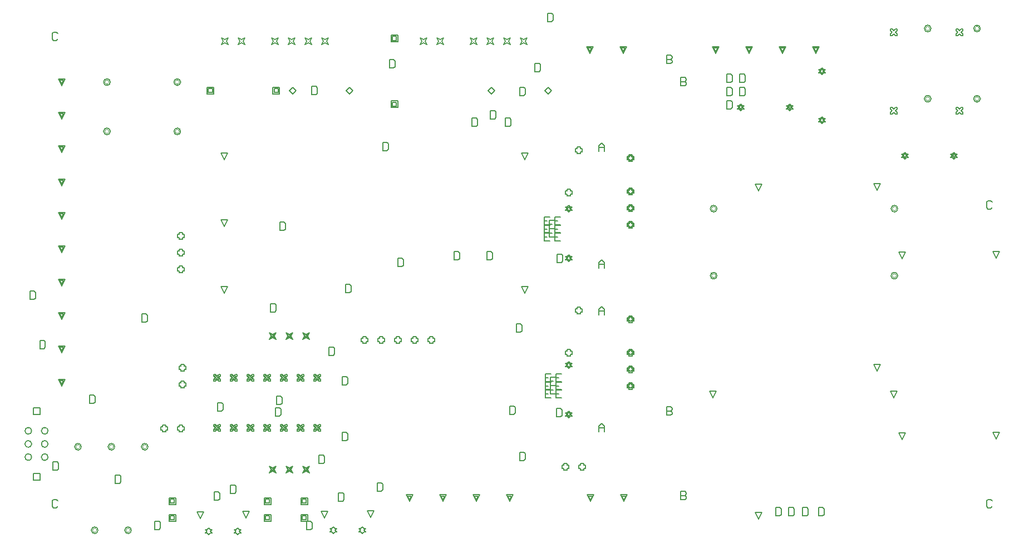
<source format=gbr>
G04 Layer_Color=2752767*
%FSLAX26Y26*%
%MOIN*%
%TF.FileFunction,Drawing*%
%TF.Part,Single*%
G01*
G75*
%TA.AperFunction,NonConductor*%
%ADD96C,0.004000*%
%ADD201C,0.005000*%
%ADD202C,0.006667*%
D96*
X1817000Y1865000D02*
G03*
X1817000Y1865000I-12000J0D01*
G01*
X2017000D02*
G03*
X2017000Y1865000I-12000J0D01*
G01*
X2117000Y2365000D02*
G03*
X2117000Y2365000I-12000J0D01*
G01*
X1917000D02*
G03*
X1917000Y2365000I-12000J0D01*
G01*
X1717000D02*
G03*
X1717000Y2365000I-12000J0D01*
G01*
X2312000Y4254724D02*
G03*
X2312000Y4254724I-12000J0D01*
G01*
Y4550000D02*
G03*
X2312000Y4550000I-12000J0D01*
G01*
X1890740D02*
G03*
X1890740Y4550000I-12000J0D01*
G01*
Y4254724D02*
G03*
X1890740Y4254724I-12000J0D01*
G01*
X5524323Y3390000D02*
G03*
X5524323Y3390000I-12000J0D01*
G01*
Y3791575D02*
G03*
X5524323Y3791575I-12000J0D01*
G01*
X6607000Y3390000D02*
G03*
X6607000Y3390000I-12000J0D01*
G01*
Y3791575D02*
G03*
X6607000Y3791575I-12000J0D01*
G01*
X7102000Y4450000D02*
G03*
X7102000Y4450000I-12000J0D01*
G01*
Y4871260D02*
G03*
X7102000Y4871260I-12000J0D01*
G01*
X6806724D02*
G03*
X6806724Y4871260I-12000J0D01*
G01*
Y4450000D02*
G03*
X6806724Y4450000I-12000J0D01*
G01*
D201*
X1550000Y2008331D02*
X1558331Y2000000D01*
X1574992D01*
X1583323Y2008331D01*
Y2041653D02*
X1574992Y2049984D01*
X1558331D01*
X1550000Y2041653D01*
Y2008331D01*
X1555118Y2224409D02*
X1580110D01*
X1588441Y2232740D01*
Y2266063D01*
X1580110Y2274393D01*
X1555118D01*
Y2224409D01*
X1476693Y2205039D02*
Y2165039D01*
X1436693D01*
Y2205039D01*
X1476693D01*
Y2558740D02*
X1436693D01*
Y2598740D01*
X1476693D01*
Y2558740D01*
X1607480Y2730000D02*
X1587480Y2770000D01*
X1627480D01*
X1607480Y2730000D01*
Y2738000D02*
X1595480Y2762000D01*
X1619480D01*
X1607480Y2738000D01*
X1774000Y2674984D02*
Y2625000D01*
X1798992D01*
X1807323Y2633331D01*
Y2666653D01*
X1798992Y2674984D01*
X1774000D01*
X1607480Y2930000D02*
X1587480Y2970000D01*
X1627480D01*
X1607480Y2930000D01*
Y2938000D02*
X1595480Y2962000D01*
X1619480D01*
X1607480Y2938000D01*
Y3130000D02*
X1587480Y3170000D01*
X1627480D01*
X1607480Y3130000D01*
Y3138000D02*
X1595480Y3162000D01*
X1619480D01*
X1607480Y3138000D01*
Y3330000D02*
X1587480Y3370000D01*
X1627480D01*
X1607480Y3330000D01*
Y3338000D02*
X1595480Y3362000D01*
X1619480D01*
X1607480Y3338000D01*
X1450645Y3289685D02*
X1442315Y3298015D01*
X1417323D01*
Y3248032D01*
X1442315D01*
X1450645Y3256362D01*
Y3289685D01*
X1476378Y3002740D02*
Y2952756D01*
X1501370D01*
X1509701Y2961086D01*
Y2994409D01*
X1501370Y3002740D01*
X1476378D01*
X2086614Y3110236D02*
X2111606D01*
X2119937Y3118567D01*
Y3151889D01*
X2111606Y3160220D01*
X2086614D01*
Y3110236D01*
X2320000Y2860000D02*
Y2850000D01*
X2310000D01*
Y2830000D01*
X2320000D01*
Y2820000D01*
X2340000D01*
Y2830000D01*
X2350000D01*
Y2850000D01*
X2340000D01*
Y2860000D01*
X2320000D01*
Y2760000D02*
Y2750000D01*
X2310000D01*
Y2730000D01*
X2320000D01*
Y2720000D01*
X2340000D01*
Y2730000D01*
X2350000D01*
Y2750000D01*
X2340000D01*
Y2760000D01*
X2320000D01*
X2540000Y2629984D02*
Y2580000D01*
X2564992D01*
X2573323Y2588331D01*
Y2621653D01*
X2564992Y2629984D01*
X2540000D01*
X2546535Y2500000D02*
X2536535Y2490000D01*
X2526535Y2500000D01*
X2516535D01*
Y2490000D01*
X2526535Y2480000D01*
X2516535Y2470000D01*
Y2460000D01*
X2526535D01*
X2536535Y2470000D01*
X2546535Y2460000D01*
X2556535D01*
Y2470000D01*
X2546535Y2480000D01*
X2556535Y2490000D01*
Y2500000D01*
X2546535D01*
X2548535Y2492000D02*
X2542535D01*
X2536535Y2486000D01*
X2530535Y2492000D01*
X2524535D01*
Y2486000D01*
X2530535Y2480000D01*
X2524535Y2474000D01*
Y2468000D01*
X2530535D01*
X2536535Y2474000D01*
X2542535Y2468000D01*
X2548535D01*
Y2474000D01*
X2542535Y2480000D01*
X2548535Y2486000D01*
Y2492000D01*
X2616535Y2490000D02*
X2626535Y2480000D01*
X2616535Y2470000D01*
Y2460000D01*
X2626535D01*
X2636535Y2470000D01*
X2646535Y2460000D01*
X2656535D01*
Y2470000D01*
X2646535Y2480000D01*
X2656535Y2490000D01*
Y2500000D01*
X2646535D01*
X2636535Y2490000D01*
X2626535Y2500000D01*
X2616535D01*
Y2490000D01*
X2624535Y2492000D02*
Y2486000D01*
X2630535Y2480000D01*
X2624535Y2474000D01*
Y2468000D01*
X2630535D01*
X2636535Y2474000D01*
X2642535Y2468000D01*
X2648535D01*
Y2474000D01*
X2642535Y2480000D01*
X2648535Y2486000D01*
Y2492000D01*
X2642535D01*
X2636535Y2486000D01*
X2630535Y2492000D01*
X2624535D01*
X2716535Y2490000D02*
X2726535Y2480000D01*
X2716535Y2470000D01*
Y2460000D01*
X2726535D01*
X2736535Y2470000D01*
X2746535Y2460000D01*
X2756535D01*
Y2470000D01*
X2746535Y2480000D01*
X2756535Y2490000D01*
Y2500000D01*
X2746535D01*
X2736535Y2490000D01*
X2726535Y2500000D01*
X2716535D01*
Y2490000D01*
X2724535Y2492000D02*
Y2486000D01*
X2730535Y2480000D01*
X2724535Y2474000D01*
Y2468000D01*
X2730535D01*
X2736535Y2474000D01*
X2742535Y2468000D01*
X2748535D01*
Y2474000D01*
X2742535Y2480000D01*
X2748535Y2486000D01*
Y2492000D01*
X2742535D01*
X2736535Y2486000D01*
X2730535Y2492000D01*
X2724535D01*
X2816535Y2490000D02*
X2826535Y2480000D01*
X2816535Y2470000D01*
Y2460000D01*
X2826535D01*
X2836535Y2470000D01*
X2846535Y2460000D01*
X2856535D01*
Y2470000D01*
X2846535Y2480000D01*
X2856535Y2490000D01*
Y2500000D01*
X2846535D01*
X2836535Y2490000D01*
X2826535Y2500000D01*
X2816535D01*
Y2490000D01*
X2824535Y2492000D02*
Y2486000D01*
X2830535Y2480000D01*
X2824535Y2474000D01*
Y2468000D01*
X2830535D01*
X2836535Y2474000D01*
X2842535Y2468000D01*
X2848535D01*
Y2474000D01*
X2842535Y2480000D01*
X2848535Y2486000D01*
Y2492000D01*
X2842535D01*
X2836535Y2486000D01*
X2830535Y2492000D01*
X2824535D01*
X2886535Y2550000D02*
X2911527D01*
X2919858Y2558331D01*
Y2591653D01*
X2911527Y2599984D01*
X2886535D01*
Y2550000D01*
X2916535Y2500000D02*
Y2490000D01*
X2926535Y2480000D01*
X2916535Y2470000D01*
Y2460000D01*
X2926535D01*
X2936535Y2470000D01*
X2946535Y2460000D01*
X2956535D01*
Y2470000D01*
X2946535Y2480000D01*
X2956535Y2490000D01*
Y2500000D01*
X2946535D01*
X2936535Y2490000D01*
X2926535Y2500000D01*
X2916535D01*
X2924535Y2492000D02*
Y2486000D01*
X2930535Y2480000D01*
X2924535Y2474000D01*
Y2468000D01*
X2930535D01*
X2936535Y2474000D01*
X2942535Y2468000D01*
X2948535D01*
Y2474000D01*
X2942535Y2480000D01*
X2948535Y2486000D01*
Y2492000D01*
X2942535D01*
X2936535Y2486000D01*
X2930535Y2492000D01*
X2924535D01*
X3016535Y2490000D02*
X3026535Y2480000D01*
X3016535Y2470000D01*
Y2460000D01*
X3026535D01*
X3036535Y2470000D01*
X3046535Y2460000D01*
X3056535D01*
Y2470000D01*
X3046535Y2480000D01*
X3056535Y2490000D01*
Y2500000D01*
X3046535D01*
X3036535Y2490000D01*
X3026535Y2500000D01*
X3016535D01*
Y2490000D01*
X3024535Y2492000D02*
Y2486000D01*
X3030535Y2480000D01*
X3024535Y2474000D01*
Y2468000D01*
X3030535D01*
X3036535Y2474000D01*
X3042535Y2468000D01*
X3048535D01*
Y2474000D01*
X3042535Y2480000D01*
X3048535Y2486000D01*
Y2492000D01*
X3042535D01*
X3036535Y2486000D01*
X3030535Y2492000D01*
X3024535D01*
X3149606Y2313763D02*
Y2263780D01*
X3174598D01*
X3182929Y2272110D01*
Y2305433D01*
X3174598Y2313763D01*
X3149606D01*
X3090000Y2250000D02*
X3080000Y2230000D01*
X3090000Y2210000D01*
X3070000Y2220000D01*
X3050000Y2210000D01*
X3060000Y2230000D01*
X3050000Y2250000D01*
X3070000Y2240000D01*
X3090000Y2250000D01*
X3082000Y2242000D02*
X3076000Y2230000D01*
X3082000Y2218000D01*
X3070000Y2224000D01*
X3058000Y2218000D01*
X3064000Y2230000D01*
X3058000Y2242000D01*
X3070000Y2236000D01*
X3082000Y2242000D01*
X3080000Y2060000D02*
Y2020000D01*
X3040000D01*
Y2060000D01*
X3080000D01*
X3072000Y2052000D02*
Y2028000D01*
X3048000D01*
Y2052000D01*
X3072000D01*
X3080000Y1960000D02*
Y1920000D01*
X3040000D01*
Y1960000D01*
X3080000D01*
X3072000Y1952000D02*
Y1928000D01*
X3048000D01*
Y1952000D01*
X3072000D01*
X3073445Y1917484D02*
Y1867500D01*
X3098437D01*
X3106767Y1875831D01*
Y1909153D01*
X3098437Y1917484D01*
X3073445D01*
X3182205Y1938740D02*
X3162205Y1978740D01*
X3202205D01*
X3182205Y1938740D01*
X3213386Y1874252D02*
X3223386Y1864252D01*
X3213386Y1854252D01*
X3223386D01*
X3233386Y1844252D01*
X3243386Y1854252D01*
X3253386D01*
X3243386Y1864252D01*
X3253386Y1874252D01*
X3243386D01*
X3233386Y1884252D01*
X3223386Y1874252D01*
X3213386D01*
X3386614D02*
X3396614Y1864252D01*
X3386614Y1854252D01*
X3396614D01*
X3406614Y1844252D01*
X3416614Y1854252D01*
X3426614D01*
X3416614Y1864252D01*
X3426614Y1874252D01*
X3416614D01*
X3406614Y1884252D01*
X3396614Y1874252D01*
X3386614D01*
X3457795Y1942677D02*
X3437795Y1982677D01*
X3477795D01*
X3457795Y1942677D01*
X3522157Y2099528D02*
X3530488Y2107858D01*
Y2141181D01*
X3522157Y2149511D01*
X3497165D01*
Y2099528D01*
X3522157D01*
X3670000Y2077481D02*
X3710000D01*
X3690000Y2037480D01*
X3670000Y2077481D01*
X3678000Y2069481D02*
X3702000D01*
X3690000Y2045480D01*
X3678000Y2069481D01*
X3870000Y2077481D02*
X3910000D01*
X3890000Y2037480D01*
X3870000Y2077481D01*
X3878000Y2069481D02*
X3902000D01*
X3890000Y2045480D01*
X3878000Y2069481D01*
X4070000Y2077481D02*
X4110000D01*
X4090000Y2037480D01*
X4070000Y2077481D01*
X4078000Y2069481D02*
X4102000D01*
X4090000Y2045480D01*
X4078000Y2069481D01*
X4270000Y2077481D02*
X4310000D01*
X4290000Y2037480D01*
X4270000Y2077481D01*
X4278000Y2069481D02*
X4302000D01*
X4290000Y2045480D01*
X4278000Y2069481D01*
X4350394Y2283465D02*
X4375386D01*
X4383716Y2291795D01*
Y2325118D01*
X4375386Y2333448D01*
X4350394D01*
Y2283465D01*
X4615984Y2264095D02*
Y2254095D01*
X4605984D01*
Y2234095D01*
X4615984D01*
Y2224095D01*
X4635984D01*
Y2234095D01*
X4645984D01*
Y2254095D01*
X4635984D01*
Y2264095D01*
X4615984D01*
X4715984D02*
Y2254095D01*
X4705984D01*
Y2234095D01*
X4715984D01*
Y2224095D01*
X4735984D01*
Y2234095D01*
X4745984D01*
Y2254095D01*
X4735984D01*
Y2264095D01*
X4715984D01*
X4755000Y2077481D02*
X4795000D01*
X4775000Y2037480D01*
X4755000Y2077481D01*
X4763000Y2069481D02*
X4787000D01*
X4775000Y2045480D01*
X4763000Y2069481D01*
X4955000Y2077481D02*
X4995000D01*
X4975000Y2037480D01*
X4955000Y2077481D01*
X4963000Y2069481D02*
X4987000D01*
X4975000Y2045480D01*
X4963000Y2069481D01*
X5314961Y2072236D02*
X5339953D01*
X5314961D01*
Y2097228D02*
Y2047244D01*
X5339953D01*
X5348283Y2055575D01*
Y2063905D01*
X5339953Y2072236D01*
X5348283Y2080567D01*
Y2088897D01*
X5339953Y2097228D01*
X5314961D01*
X5760000Y1970748D02*
X5800000D01*
X5780000Y1930748D01*
X5760000Y1970748D01*
X5883898Y1950748D02*
X5908890D01*
X5917220Y1959079D01*
Y1992401D01*
X5908890Y2000732D01*
X5883898D01*
Y1950748D01*
X5962638D02*
X5987630D01*
X5995960Y1959079D01*
Y1992401D01*
X5987630Y2000732D01*
X5962638D01*
Y1950748D01*
X6045236D02*
X6070228D01*
X6078559Y1959079D01*
Y1992401D01*
X6070228Y2000732D01*
X6045236D01*
Y1950748D01*
X6139803D02*
X6164795D01*
X6173126Y1959079D01*
Y1992401D01*
X6164795Y2000732D01*
X6139803D01*
Y1950748D01*
X6640000Y2410000D02*
X6620000Y2450000D01*
X6660000D01*
X6640000Y2410000D01*
X6590000Y2660000D02*
X6570000Y2700000D01*
X6610000D01*
X6590000Y2660000D01*
X6490000Y2818661D02*
X6470000Y2858661D01*
X6510000D01*
X6490000Y2818661D01*
X7184724Y2451102D02*
X7224724D01*
X7204724Y2411102D01*
X7184724Y2451102D01*
X7180173Y2041653D02*
X7171842Y2049984D01*
X7155181D01*
X7146850Y2041653D01*
Y2008331D01*
X7155181Y2000000D01*
X7171842D01*
X7180173Y2008331D01*
X7204724Y3493780D02*
X7184724Y3533780D01*
X7224724D01*
X7204724Y3493780D01*
X7180173Y3798331D02*
X7171842Y3790000D01*
X7155181D01*
X7146850Y3798331D01*
Y3831653D01*
X7155181Y3839984D01*
X7171842D01*
X7180173Y3831653D01*
X6972638Y4100000D02*
X6962638Y4110000D01*
X6972638Y4120000D01*
X6962638D01*
X6952638Y4130000D01*
X6942638Y4120000D01*
X6932638D01*
X6942638Y4110000D01*
X6932638Y4100000D01*
X6942638D01*
X6952638Y4090000D01*
X6962638Y4100000D01*
X6972638D01*
X6964638Y4104000D02*
X6958638Y4110000D01*
X6964638Y4116000D01*
X6958638D01*
X6952638Y4122000D01*
X6946638Y4116000D01*
X6940638D01*
X6946638Y4110000D01*
X6940638Y4104000D01*
X6946638D01*
X6952638Y4098000D01*
X6958638Y4104000D01*
X6964638D01*
X6965000Y4357559D02*
X6975000D01*
X6985000Y4367559D01*
X6995000Y4357559D01*
X7005000D01*
Y4367559D01*
X6995000Y4377559D01*
X7005000Y4387559D01*
Y4397559D01*
X6995000D01*
X6985000Y4387559D01*
X6975000Y4397559D01*
X6965000D01*
Y4387559D01*
X6975000Y4377559D01*
X6965000Y4367559D01*
Y4357559D01*
X6611299D02*
Y4367559D01*
X6601299Y4377559D01*
X6611299Y4387559D01*
Y4397559D01*
X6601299D01*
X6591299Y4387559D01*
X6581299Y4397559D01*
X6571299D01*
Y4387559D01*
X6581299Y4377559D01*
X6571299Y4367559D01*
Y4357559D01*
X6581299D01*
X6591299Y4367559D01*
X6601299Y4357559D01*
X6611299D01*
X6637362Y4120000D02*
X6647362Y4110000D01*
X6637362Y4100000D01*
X6647362D01*
X6657362Y4090000D01*
X6667362Y4100000D01*
X6677362D01*
X6667362Y4110000D01*
X6677362Y4120000D01*
X6667362D01*
X6657362Y4130000D01*
X6647362Y4120000D01*
X6637362D01*
X6645362Y4116000D02*
X6651362Y4110000D01*
X6645362Y4104000D01*
X6651362D01*
X6657362Y4098000D01*
X6663362Y4104000D01*
X6669362D01*
X6663362Y4110000D01*
X6669362Y4116000D01*
X6663362D01*
X6657362Y4122000D01*
X6651362Y4116000D01*
X6645362D01*
X6510000Y3941339D02*
X6490000Y3901339D01*
X6470000Y3941339D01*
X6510000D01*
X6620000Y3532677D02*
X6660000D01*
X6640000Y3492677D01*
X6620000Y3532677D01*
X6181417Y4310866D02*
X6171417Y4320866D01*
X6181417Y4330866D01*
X6171417D01*
X6161417Y4340866D01*
X6151417Y4330866D01*
X6141417D01*
X6151417Y4320866D01*
X6141417Y4310866D01*
X6151417D01*
X6161417Y4300866D01*
X6171417Y4310866D01*
X6181417D01*
X6173417Y4314866D02*
X6167417Y4320866D01*
X6173417Y4326866D01*
X6167417D01*
X6161417Y4332866D01*
X6155417Y4326866D01*
X6149417D01*
X6155417Y4320866D01*
X6149417Y4314866D01*
X6155417D01*
X6161417Y4308866D01*
X6167417Y4314866D01*
X6173417D01*
X5989488Y4390000D02*
X5979488Y4400000D01*
X5989488Y4410000D01*
X5979488D01*
X5969488Y4420000D01*
X5959488Y4410000D01*
X5949488D01*
X5959488Y4400000D01*
X5949488Y4390000D01*
X5959488D01*
X5969488Y4380000D01*
X5979488Y4390000D01*
X5989488D01*
X5981488Y4394000D02*
X5975488Y4400000D01*
X5981488Y4406000D01*
X5975488D01*
X5969488Y4412000D01*
X5963488Y4406000D01*
X5957488D01*
X5963488Y4400000D01*
X5957488Y4394000D01*
X5963488D01*
X5969488Y4388000D01*
X5975488Y4394000D01*
X5981488D01*
X6141417Y4606142D02*
X6151417D01*
X6161417Y4596142D01*
X6171417Y4606142D01*
X6181417D01*
X6171417Y4616142D01*
X6181417Y4626142D01*
X6171417D01*
X6161417Y4636142D01*
X6151417Y4626142D01*
X6141417D01*
X6151417Y4616142D01*
X6141417Y4606142D01*
X6149417Y4610142D02*
X6155417D01*
X6161417Y4604142D01*
X6167417Y4610142D01*
X6173417D01*
X6167417Y4616142D01*
X6173417Y4622142D01*
X6167417D01*
X6161417Y4628142D01*
X6155417Y4622142D01*
X6149417D01*
X6155417Y4616142D01*
X6149417Y4610142D01*
X6125000Y4722520D02*
X6105000Y4762520D01*
X6145000D01*
X6125000Y4722520D01*
Y4730520D02*
X6113000Y4754520D01*
X6137000D01*
X6125000Y4730520D01*
X6571299Y4830000D02*
X6581299D01*
X6591299Y4840000D01*
X6601299Y4830000D01*
X6611299D01*
Y4840000D01*
X6601299Y4850000D01*
X6611299Y4860000D01*
Y4870000D01*
X6601299D01*
X6591299Y4860000D01*
X6581299Y4870000D01*
X6571299D01*
Y4860000D01*
X6581299Y4850000D01*
X6571299Y4840000D01*
Y4830000D01*
X6965000D02*
X6975000D01*
X6985000Y4840000D01*
X6995000Y4830000D01*
X7005000D01*
Y4840000D01*
X6995000Y4850000D01*
X7005000Y4860000D01*
Y4870000D01*
X6995000D01*
X6985000Y4860000D01*
X6975000Y4870000D01*
X6965000D01*
Y4860000D01*
X6975000Y4850000D01*
X6965000Y4840000D01*
Y4830000D01*
X5945000Y4762520D02*
X5925000Y4722520D01*
X5905000Y4762520D01*
X5945000D01*
X5937000Y4754520D02*
X5925000Y4730520D01*
X5913000Y4754520D01*
X5937000D01*
X5745000Y4762520D02*
X5725000Y4722520D01*
X5705000Y4762520D01*
X5745000D01*
X5737000Y4754520D02*
X5725000Y4730520D01*
X5713000Y4754520D01*
X5737000D01*
X5694283Y4597228D02*
X5669291D01*
Y4547244D01*
X5694283D01*
X5702614Y4555575D01*
Y4588897D01*
X5694283Y4597228D01*
Y4518488D02*
X5669291D01*
Y4468504D01*
X5694283D01*
X5702614Y4476834D01*
Y4510157D01*
X5694283Y4518488D01*
X5694213Y4410000D02*
X5684213D01*
X5674213Y4420000D01*
X5664213Y4410000D01*
X5654213D01*
X5664213Y4400000D01*
X5654213Y4390000D01*
X5664213D01*
X5674213Y4380000D01*
X5684213Y4390000D01*
X5694213D01*
X5684213Y4400000D01*
X5694213Y4410000D01*
X5686213Y4406000D02*
X5680213D01*
X5674213Y4412000D01*
X5668213Y4406000D01*
X5662213D01*
X5668213Y4400000D01*
X5662213Y4394000D01*
X5668213D01*
X5674213Y4388000D01*
X5680213Y4394000D01*
X5686213D01*
X5680213Y4400000D01*
X5686213Y4406000D01*
X5615543Y4439748D02*
X5590551D01*
Y4389764D01*
X5615543D01*
X5623874Y4398094D01*
Y4431417D01*
X5615543Y4439748D01*
Y4468504D02*
X5623874Y4476834D01*
Y4510157D01*
X5615543Y4518488D01*
X5590551D01*
Y4468504D01*
X5615543D01*
Y4547244D02*
X5623874Y4555575D01*
Y4588897D01*
X5615543Y4597228D01*
X5590551D01*
Y4547244D01*
X5615543D01*
X5525000Y4722520D02*
X5505000Y4762520D01*
X5545000D01*
X5525000Y4722520D01*
Y4730520D02*
X5513000Y4754520D01*
X5537000D01*
X5525000Y4730520D01*
X5263230Y4702776D02*
X5254899Y4711107D01*
X5229907D01*
Y4661123D01*
X5254899D01*
X5263230Y4669454D01*
Y4677784D01*
X5254899Y4686115D01*
X5229907D01*
X5254899D01*
X5263230Y4694446D01*
Y4702776D01*
X5314961Y4577543D02*
Y4527559D01*
X5339953D01*
X5348283Y4535890D01*
Y4544220D01*
X5339953Y4552551D01*
X5314961D01*
X5339953D01*
X5348283Y4560882D01*
Y4569212D01*
X5339953Y4577543D01*
X5314961D01*
X4990000Y4762520D02*
X4970000Y4722520D01*
X4950000Y4762520D01*
X4990000D01*
X4982000Y4754520D02*
X4970000Y4730520D01*
X4958000Y4754520D01*
X4982000D01*
X4790000Y4762520D02*
X4770000Y4722520D01*
X4750000Y4762520D01*
X4790000D01*
X4782000Y4754520D02*
X4770000Y4730520D01*
X4758000Y4754520D01*
X4782000D01*
X4551333Y4921341D02*
Y4954663D01*
X4543002Y4962994D01*
X4518010D01*
Y4913010D01*
X4543002D01*
X4551333Y4921341D01*
X4395000Y4815000D02*
X4385000Y4795000D01*
X4395000Y4775000D01*
X4375000Y4785000D01*
X4355000Y4775000D01*
X4365000Y4795000D01*
X4355000Y4815000D01*
X4375000Y4805000D01*
X4395000Y4815000D01*
X4295000D02*
X4285000Y4795000D01*
X4295000Y4775000D01*
X4275000Y4785000D01*
X4255000Y4775000D01*
X4265000Y4795000D01*
X4255000Y4815000D01*
X4275000Y4805000D01*
X4295000Y4815000D01*
X4441990Y4661974D02*
Y4611990D01*
X4466982D01*
X4475313Y4620321D01*
Y4653643D01*
X4466982Y4661974D01*
X4441990D01*
X4500000Y4500000D02*
X4520000Y4520000D01*
X4540000Y4500000D01*
X4520000Y4480000D01*
X4500000Y4500000D01*
X4383323Y4511653D02*
X4374992Y4519984D01*
X4350000D01*
Y4470000D01*
X4374992D01*
X4383323Y4478331D01*
Y4511653D01*
X4298323Y4326653D02*
X4289992Y4334984D01*
X4265000D01*
Y4285000D01*
X4289992D01*
X4298323Y4293331D01*
Y4326653D01*
X4200000Y4500000D02*
X4180000Y4480000D01*
X4160000Y4500000D01*
X4180000Y4520000D01*
X4200000Y4500000D01*
X4199992Y4379984D02*
X4175000D01*
Y4330000D01*
X4199992D01*
X4208323Y4338331D01*
Y4371653D01*
X4199992Y4379984D01*
X4098323Y4326653D02*
X4089992Y4334984D01*
X4065000D01*
Y4285000D01*
X4089992D01*
X4098323Y4293331D01*
Y4326653D01*
X4360000Y4125000D02*
X4400000D01*
X4380000Y4085000D01*
X4360000Y4125000D01*
X4497008Y3742228D02*
Y3692244D01*
X4530330D01*
Y3694984D02*
X4497008D01*
Y3645000D01*
X4530330D01*
Y3647740D02*
X4497008D01*
Y3597756D01*
X4530330D01*
X4528504Y3621378D02*
X4561827D01*
X4560000Y3622748D02*
X4576661D01*
X4560000Y3645000D02*
X4593323D01*
Y3647740D02*
X4560000D01*
Y3597756D01*
X4593323D01*
X4599992Y3519984D02*
X4575000D01*
Y3470000D01*
X4599992D01*
X4608323Y3478331D01*
Y3511653D01*
X4599992Y3519984D01*
X4625000Y3505000D02*
X4635000Y3495000D01*
X4625000Y3485000D01*
X4635000D01*
X4645000Y3475000D01*
X4655000Y3485000D01*
X4665000D01*
X4655000Y3495000D01*
X4665000Y3505000D01*
X4655000D01*
X4645000Y3515000D01*
X4635000Y3505000D01*
X4625000D01*
X4633000Y3501000D02*
X4639000Y3495000D01*
X4633000Y3489000D01*
X4639000D01*
X4645000Y3483000D01*
X4651000Y3489000D01*
X4657000D01*
X4651000Y3495000D01*
X4657000Y3501000D01*
X4651000D01*
X4645000Y3507000D01*
X4639000Y3501000D01*
X4633000D01*
X4825000Y3468323D02*
X4841661Y3484984D01*
X4858323Y3468323D01*
Y3435000D01*
Y3459992D01*
X4825000D01*
Y3468323D02*
Y3435000D01*
X4724528Y3192953D02*
X4714528D01*
Y3202953D01*
X4694528D01*
Y3192953D01*
X4684528D01*
Y3172953D01*
X4694528D01*
Y3162953D01*
X4714528D01*
Y3172953D01*
X4724528D01*
Y3192953D01*
X4665472Y2937047D02*
X4655472D01*
Y2947047D01*
X4635472D01*
Y2937047D01*
X4625472D01*
Y2917047D01*
X4635472D01*
Y2907047D01*
X4655472D01*
Y2917047D01*
X4665472D01*
Y2937047D01*
X4665000Y2865276D02*
X4655000D01*
X4645000Y2875276D01*
X4635000Y2865276D01*
X4625000D01*
X4635000Y2855276D01*
X4625000Y2845276D01*
X4635000D01*
X4645000Y2835276D01*
X4655000Y2845276D01*
X4665000D01*
X4655000Y2855276D01*
X4665000Y2865276D01*
X4657000Y2861276D02*
X4651000D01*
X4645000Y2867276D01*
X4639000Y2861276D01*
X4633000D01*
X4639000Y2855276D01*
X4633000Y2849276D01*
X4639000D01*
X4645000Y2843276D01*
X4651000Y2849276D01*
X4657000D01*
X4651000Y2855276D01*
X4657000Y2861276D01*
X4599819Y2802228D02*
X4566496D01*
Y2752244D01*
X4599819D01*
Y2707740D02*
X4566496D01*
Y2657756D01*
X4599819D01*
Y2705000D02*
X4566496D01*
Y2754984D01*
X4599819D01*
X4583157Y2777236D02*
X4566496D01*
X4568323Y2782543D02*
X4535000D01*
Y2732559D01*
X4568323D01*
Y2731362D02*
X4535000D01*
Y2681378D01*
X4568323D01*
X4566496Y2682748D02*
X4583157D01*
Y2729992D02*
X4566496D01*
X4551661Y2706370D02*
X4535000D01*
X4536827Y2707740D02*
X4503504D01*
Y2657756D01*
X4536827D01*
X4520165Y2682748D02*
X4503504D01*
Y2705000D02*
X4536827D01*
X4503504D02*
Y2754984D01*
X4536827D01*
X4535000Y2757551D02*
X4551661D01*
X4520165Y2777236D02*
X4503504D01*
Y2802228D02*
Y2752244D01*
X4536827D01*
X4520165Y2729992D02*
X4503504D01*
X4570000Y2594984D02*
Y2545000D01*
X4594992D01*
X4603323Y2553331D01*
Y2586653D01*
X4594992Y2594984D01*
X4570000D01*
X4625000Y2570000D02*
X4635000Y2560000D01*
X4625000Y2550000D01*
X4635000D01*
X4645000Y2540000D01*
X4655000Y2550000D01*
X4665000D01*
X4655000Y2560000D01*
X4665000Y2570000D01*
X4655000D01*
X4645000Y2580000D01*
X4635000Y2570000D01*
X4625000D01*
X4633000Y2566000D02*
X4639000Y2560000D01*
X4633000Y2554000D01*
X4639000D01*
X4645000Y2548000D01*
X4651000Y2554000D01*
X4657000D01*
X4651000Y2560000D01*
X4657000Y2566000D01*
X4651000D01*
X4645000Y2572000D01*
X4639000Y2566000D01*
X4633000D01*
X4825000Y2488323D02*
X4841661Y2504984D01*
X4858323Y2488323D01*
Y2455000D01*
Y2479992D01*
X4825000D01*
Y2488323D02*
Y2455000D01*
X5005000Y2710000D02*
X5025000D01*
Y2720000D01*
X5035000D01*
Y2740000D01*
X5025000D01*
Y2750000D01*
X5005000D01*
Y2740000D01*
X4995000D01*
Y2720000D01*
X5005000D01*
Y2710000D01*
X5009000Y2718000D02*
X5021000D01*
Y2724000D01*
X5027000D01*
Y2736000D01*
X5021000D01*
Y2742000D01*
X5009000D01*
Y2736000D01*
X5003000D01*
Y2724000D01*
X5009000D01*
Y2718000D01*
X5005000Y2810000D02*
X5025000D01*
Y2820000D01*
X5035000D01*
Y2840000D01*
X5025000D01*
Y2850000D01*
X5005000D01*
Y2840000D01*
X4995000D01*
Y2820000D01*
X5005000D01*
Y2810000D01*
X5009000Y2818000D02*
X5021000D01*
Y2824000D01*
X5027000D01*
Y2836000D01*
X5021000D01*
Y2842000D01*
X5009000D01*
Y2836000D01*
X5003000D01*
Y2824000D01*
X5009000D01*
Y2818000D01*
X5005000Y2910000D02*
X5025000D01*
Y2920000D01*
X5035000D01*
Y2940000D01*
X5025000D01*
Y2950000D01*
X5005000D01*
Y2940000D01*
X4995000D01*
Y2920000D01*
X5005000D01*
Y2910000D01*
X5009000Y2918000D02*
X5021000D01*
Y2924000D01*
X5027000D01*
Y2936000D01*
X5021000D01*
Y2942000D01*
X5009000D01*
Y2936000D01*
X5003000D01*
Y2924000D01*
X5009000D01*
Y2918000D01*
X5005000Y3110000D02*
X5025000D01*
Y3120000D01*
X5035000D01*
Y3140000D01*
X5025000D01*
Y3150000D01*
X5005000D01*
Y3140000D01*
X4995000D01*
Y3120000D01*
X5005000D01*
Y3110000D01*
X5009000Y3118000D02*
X5021000D01*
Y3124000D01*
X5027000D01*
Y3136000D01*
X5021000D01*
Y3142000D01*
X5009000D01*
Y3136000D01*
X5003000D01*
Y3124000D01*
X5009000D01*
Y3118000D01*
X4858323Y3155000D02*
Y3179992D01*
X4825000D01*
Y3188323D02*
X4841661Y3204984D01*
X4858323Y3188323D01*
Y3155000D01*
X4825000D02*
Y3188323D01*
X4536827Y2802228D02*
X4503504D01*
X4364031Y3059512D02*
Y3092834D01*
X4355701Y3101165D01*
X4330709D01*
Y3051181D01*
X4355701D01*
X4364031Y3059512D01*
X4323716Y2601653D02*
X4315386Y2609984D01*
X4290394D01*
Y2560000D01*
X4315386D01*
X4323716Y2568331D01*
Y2601653D01*
X3830000Y2983740D02*
Y2993740D01*
X3840000D01*
Y3013740D01*
X3830000D01*
Y3023740D01*
X3810000D01*
Y3013740D01*
X3800000D01*
Y2993740D01*
X3810000D01*
Y2983740D01*
X3830000D01*
X3730000D02*
Y2993740D01*
X3740000D01*
Y3013740D01*
X3730000D01*
Y3023740D01*
X3710000D01*
Y3013740D01*
X3700000D01*
Y2993740D01*
X3710000D01*
Y2983740D01*
X3730000D01*
X3630000D02*
Y2993740D01*
X3640000D01*
Y3013740D01*
X3630000D01*
Y3023740D01*
X3610000D01*
Y3013740D01*
X3600000D01*
Y2993740D01*
X3610000D01*
Y2983740D01*
X3630000D01*
X3530000D02*
Y2993740D01*
X3540000D01*
Y3013740D01*
X3530000D01*
Y3023740D01*
X3510000D01*
Y3013740D01*
X3500000D01*
Y2993740D01*
X3510000D01*
Y2983740D01*
X3530000D01*
X3430000D02*
Y2993740D01*
X3440000D01*
Y3013740D01*
X3430000D01*
Y3023740D01*
X3410000D01*
Y3013740D01*
X3400000D01*
Y2993740D01*
X3410000D01*
Y2983740D01*
X3430000D01*
X3241984Y2955039D02*
X3233653Y2963370D01*
X3208661D01*
Y2913386D01*
X3233653D01*
X3241984Y2921716D01*
Y2955039D01*
X3287402Y2786204D02*
Y2736220D01*
X3312394D01*
X3320724Y2744551D01*
Y2777874D01*
X3312394Y2786204D01*
X3287402D01*
X3090000Y3010000D02*
X3070000Y3020000D01*
X3050000Y3010000D01*
X3060000Y3030000D01*
X3050000Y3050000D01*
X3070000Y3040000D01*
X3090000Y3050000D01*
X3080000Y3030000D01*
X3090000Y3010000D01*
X3082000Y3018000D02*
X3070000Y3024000D01*
X3058000Y3018000D01*
X3064000Y3030000D01*
X3058000Y3042000D01*
X3070000Y3036000D01*
X3082000Y3042000D01*
X3076000Y3030000D01*
X3082000Y3018000D01*
X3116535Y2800000D02*
Y2790000D01*
X3126535Y2780000D01*
X3116535Y2770000D01*
Y2760000D01*
X3126535D01*
X3136535Y2770000D01*
X3146535Y2760000D01*
X3156535D01*
Y2770000D01*
X3146535Y2780000D01*
X3156535Y2790000D01*
Y2800000D01*
X3146535D01*
X3136535Y2790000D01*
X3126535Y2800000D01*
X3116535D01*
X3124535Y2792000D02*
Y2786000D01*
X3130535Y2780000D01*
X3124535Y2774000D01*
Y2768000D01*
X3130535D01*
X3136535Y2774000D01*
X3142535Y2768000D01*
X3148535D01*
Y2774000D01*
X3142535Y2780000D01*
X3148535Y2786000D01*
Y2792000D01*
X3142535D01*
X3136535Y2786000D01*
X3130535Y2792000D01*
X3124535D01*
X2990000Y3010000D02*
X2970000Y3020000D01*
X2950000Y3010000D01*
X2960000Y3030000D01*
X2950000Y3050000D01*
X2970000Y3040000D01*
X2990000Y3050000D01*
X2980000Y3030000D01*
X2990000Y3010000D01*
X2982000Y3018000D02*
X2970000Y3024000D01*
X2958000Y3018000D01*
X2964000Y3030000D01*
X2958000Y3042000D01*
X2970000Y3036000D01*
X2982000Y3042000D01*
X2976000Y3030000D01*
X2982000Y3018000D01*
X2956535Y2800000D02*
X2946535D01*
X2936535Y2790000D01*
X2926535Y2800000D01*
X2916535D01*
Y2790000D01*
X2926535Y2780000D01*
X2916535Y2770000D01*
Y2760000D01*
X2926535D01*
X2936535Y2770000D01*
X2946535Y2760000D01*
X2956535D01*
Y2770000D01*
X2946535Y2780000D01*
X2956535Y2790000D01*
Y2800000D01*
X2948535Y2792000D02*
X2942535D01*
X2936535Y2786000D01*
X2930535Y2792000D01*
X2924535D01*
Y2786000D01*
X2930535Y2780000D01*
X2924535Y2774000D01*
Y2768000D01*
X2930535D01*
X2936535Y2774000D01*
X2942535Y2768000D01*
X2948535D01*
Y2774000D01*
X2942535Y2780000D01*
X2948535Y2786000D01*
Y2792000D01*
X3016535Y2790000D02*
X3026535Y2780000D01*
X3016535Y2770000D01*
Y2760000D01*
X3026535D01*
X3036535Y2770000D01*
X3046535Y2760000D01*
X3056535D01*
Y2770000D01*
X3046535Y2780000D01*
X3056535Y2790000D01*
Y2800000D01*
X3046535D01*
X3036535Y2790000D01*
X3026535Y2800000D01*
X3016535D01*
Y2790000D01*
X3024535Y2792000D02*
Y2786000D01*
X3030535Y2780000D01*
X3024535Y2774000D01*
Y2768000D01*
X3030535D01*
X3036535Y2774000D01*
X3042535Y2768000D01*
X3048535D01*
Y2774000D01*
X3042535Y2780000D01*
X3048535Y2786000D01*
Y2792000D01*
X3042535D01*
X3036535Y2786000D01*
X3030535Y2792000D01*
X3024535D01*
X2927023Y2659763D02*
X2918693Y2668094D01*
X2893701D01*
Y2618110D01*
X2918693D01*
X2927023Y2626441D01*
Y2659763D01*
X3116535Y2500000D02*
Y2490000D01*
X3126535Y2480000D01*
X3116535Y2470000D01*
Y2460000D01*
X3126535D01*
X3136535Y2470000D01*
X3146535Y2460000D01*
X3156535D01*
Y2470000D01*
X3146535Y2480000D01*
X3156535Y2490000D01*
Y2500000D01*
X3146535D01*
X3136535Y2490000D01*
X3126535Y2500000D01*
X3116535D01*
X3124535Y2492000D02*
Y2486000D01*
X3130535Y2480000D01*
X3124535Y2474000D01*
Y2468000D01*
X3130535D01*
X3136535Y2474000D01*
X3142535Y2468000D01*
X3148535D01*
Y2474000D01*
X3142535Y2480000D01*
X3148535Y2486000D01*
Y2492000D01*
X3142535D01*
X3136535Y2486000D01*
X3130535Y2492000D01*
X3124535D01*
X3320724Y2443228D02*
X3312394Y2451559D01*
X3287402D01*
Y2401575D01*
X3312394D01*
X3320724Y2409905D01*
Y2443228D01*
X3298323Y2081653D02*
X3289992Y2089984D01*
X3265000D01*
Y2040000D01*
X3289992D01*
X3298323Y2048331D01*
Y2081653D01*
X2990000Y2210000D02*
X2970000Y2220000D01*
X2950000Y2210000D01*
X2960000Y2230000D01*
X2950000Y2250000D01*
X2970000Y2240000D01*
X2990000Y2250000D01*
X2980000Y2230000D01*
X2990000Y2210000D01*
X2982000Y2218000D02*
X2970000Y2224000D01*
X2958000Y2218000D01*
X2964000Y2230000D01*
X2958000Y2242000D01*
X2970000Y2236000D01*
X2982000Y2242000D01*
X2976000Y2230000D01*
X2982000Y2218000D01*
X2890000Y2210000D02*
X2870000Y2220000D01*
X2850000Y2210000D01*
X2860000Y2230000D01*
X2850000Y2250000D01*
X2870000Y2240000D01*
X2890000Y2250000D01*
X2880000Y2230000D01*
X2890000Y2210000D01*
X2882000Y2218000D02*
X2870000Y2224000D01*
X2858000Y2218000D01*
X2864000Y2230000D01*
X2858000Y2242000D01*
X2870000Y2236000D01*
X2882000Y2242000D01*
X2876000Y2230000D01*
X2882000Y2218000D01*
X2860000Y2060000D02*
Y2020000D01*
X2820000D01*
Y2060000D01*
X2860000D01*
X2852000Y2052000D02*
Y2028000D01*
X2828000D01*
Y2052000D01*
X2852000D01*
X2860000Y1960000D02*
Y1920000D01*
X2820000D01*
Y1960000D01*
X2860000D01*
X2852000Y1952000D02*
Y1928000D01*
X2828000D01*
Y1952000D01*
X2852000D01*
X2651433Y2094945D02*
Y2128267D01*
X2643102Y2136598D01*
X2618110D01*
Y2086614D01*
X2643102D01*
X2651433Y2094945D01*
X2692795Y1977677D02*
X2732795D01*
X2712795Y1937677D01*
X2692795Y1977677D01*
X2681614Y1869252D02*
X2671614D01*
X2661614Y1879252D01*
X2651614Y1869252D01*
X2641614D01*
X2651614Y1859252D01*
X2641614Y1849252D01*
X2651614D01*
X2661614Y1839252D01*
X2671614Y1849252D01*
X2681614D01*
X2671614Y1859252D01*
X2681614Y1869252D01*
X2553323Y2053331D02*
Y2086653D01*
X2544992Y2094984D01*
X2520000D01*
Y2045000D01*
X2544992D01*
X2553323Y2053331D01*
X2457205Y1973740D02*
X2437205Y1933740D01*
X2417205Y1973740D01*
X2457205D01*
X2468386Y1869252D02*
X2478386Y1859252D01*
X2468386Y1849252D01*
X2478386D01*
X2488386Y1839252D01*
X2498386Y1849252D01*
X2508386D01*
X2498386Y1859252D01*
X2508386Y1869252D01*
X2498386D01*
X2488386Y1879252D01*
X2478386Y1869252D01*
X2468386D01*
X2290000Y2020000D02*
X2250000D01*
Y2060000D01*
X2290000D01*
Y2020000D01*
X2282000Y2028000D02*
X2258000D01*
Y2052000D01*
X2282000D01*
Y2028000D01*
X2290000Y1960000D02*
Y1920000D01*
X2250000D01*
Y1960000D01*
X2290000D01*
X2282000Y1952000D02*
Y1928000D01*
X2258000D01*
Y1952000D01*
X2282000D01*
X2198677Y1911732D02*
X2190346Y1920062D01*
X2165354D01*
Y1870079D01*
X2190346D01*
X2198677Y1878409D01*
Y1911732D01*
X1962457Y2154000D02*
Y2187323D01*
X1954126Y2195653D01*
X1929134D01*
Y2145669D01*
X1954126D01*
X1962457Y2154000D01*
X2210000Y2455000D02*
X2230000D01*
Y2465000D01*
X2240000D01*
Y2485000D01*
X2230000D01*
Y2495000D01*
X2210000D01*
Y2485000D01*
X2200000D01*
Y2465000D01*
X2210000D01*
Y2455000D01*
X2310000D02*
X2330000D01*
Y2465000D01*
X2340000D01*
Y2485000D01*
X2330000D01*
Y2495000D01*
X2310000D01*
Y2485000D01*
X2300000D01*
Y2465000D01*
X2310000D01*
Y2455000D01*
X2616535Y2760000D02*
X2626535D01*
X2636535Y2770000D01*
X2646535Y2760000D01*
X2656535D01*
Y2770000D01*
X2646535Y2780000D01*
X2656535Y2790000D01*
Y2800000D01*
X2646535D01*
X2636535Y2790000D01*
X2626535Y2800000D01*
X2616535D01*
Y2790000D01*
X2626535Y2780000D01*
X2616535Y2770000D01*
Y2760000D01*
X2624535Y2768000D02*
X2630535D01*
X2636535Y2774000D01*
X2642535Y2768000D01*
X2648535D01*
Y2774000D01*
X2642535Y2780000D01*
X2648535Y2786000D01*
Y2792000D01*
X2642535D01*
X2636535Y2786000D01*
X2630535Y2792000D01*
X2624535D01*
Y2786000D01*
X2630535Y2780000D01*
X2624535Y2774000D01*
Y2768000D01*
X2716535Y2770000D02*
Y2760000D01*
X2726535D01*
X2736535Y2770000D01*
X2746535Y2760000D01*
X2756535D01*
Y2770000D01*
X2746535Y2780000D01*
X2756535Y2790000D01*
Y2800000D01*
X2746535D01*
X2736535Y2790000D01*
X2726535Y2800000D01*
X2716535D01*
Y2790000D01*
X2726535Y2780000D01*
X2716535Y2770000D01*
X2724535Y2768000D02*
X2730535D01*
X2736535Y2774000D01*
X2742535Y2768000D01*
X2748535D01*
Y2774000D01*
X2742535Y2780000D01*
X2748535Y2786000D01*
Y2792000D01*
X2742535D01*
X2736535Y2786000D01*
X2730535Y2792000D01*
X2724535D01*
Y2786000D01*
X2730535Y2780000D01*
X2724535Y2774000D01*
Y2768000D01*
X2816535Y2770000D02*
Y2760000D01*
X2826535D01*
X2836535Y2770000D01*
X2846535Y2760000D01*
X2856535D01*
Y2770000D01*
X2846535Y2780000D01*
X2856535Y2790000D01*
Y2800000D01*
X2846535D01*
X2836535Y2790000D01*
X2826535Y2800000D01*
X2816535D01*
Y2790000D01*
X2826535Y2780000D01*
X2816535Y2770000D01*
X2824535Y2768000D02*
X2830535D01*
X2836535Y2774000D01*
X2842535Y2768000D01*
X2848535D01*
Y2774000D01*
X2842535Y2780000D01*
X2848535Y2786000D01*
Y2792000D01*
X2842535D01*
X2836535Y2786000D01*
X2830535Y2792000D01*
X2824535D01*
Y2786000D01*
X2830535Y2780000D01*
X2824535Y2774000D01*
Y2768000D01*
X2850000Y3010000D02*
X2860000Y3030000D01*
X2850000Y3050000D01*
X2870000Y3040000D01*
X2890000Y3050000D01*
X2880000Y3030000D01*
X2890000Y3010000D01*
X2870000Y3020000D01*
X2850000Y3010000D01*
X2858000Y3018000D02*
X2864000Y3030000D01*
X2858000Y3042000D01*
X2870000Y3036000D01*
X2882000Y3042000D01*
X2876000Y3030000D01*
X2882000Y3018000D01*
X2870000Y3024000D01*
X2858000Y3018000D01*
X2858465Y3173425D02*
X2883456D01*
X2891787Y3181756D01*
Y3215079D01*
X2883456Y3223409D01*
X2858465D01*
Y3173425D01*
X2580000Y3285000D02*
X2560000Y3325000D01*
X2600000D01*
X2580000Y3285000D01*
X2330000Y3410000D02*
Y3420000D01*
X2340000D01*
Y3440000D01*
X2330000D01*
Y3450000D01*
X2310000D01*
Y3440000D01*
X2300000D01*
Y3420000D01*
X2310000D01*
Y3410000D01*
X2330000D01*
Y3510000D02*
Y3520000D01*
X2340000D01*
Y3540000D01*
X2330000D01*
Y3550000D01*
X2310000D01*
Y3540000D01*
X2300000D01*
Y3520000D01*
X2310000D01*
Y3510000D01*
X2330000D01*
Y3610000D02*
Y3620000D01*
X2340000D01*
Y3640000D01*
X2330000D01*
Y3650000D01*
X2310000D01*
Y3640000D01*
X2300000D01*
Y3620000D01*
X2310000D01*
Y3610000D01*
X2330000D01*
X2580000Y3685000D02*
X2560000Y3725000D01*
X2600000D01*
X2580000Y3685000D01*
Y4085000D02*
X2560000Y4125000D01*
X2600000D01*
X2580000Y4085000D01*
X2913386Y3661417D02*
X2938378D01*
X2946708Y3669748D01*
Y3703070D01*
X2938378Y3711401D01*
X2913386D01*
Y3661417D01*
X3307087Y3337385D02*
Y3287402D01*
X3332079D01*
X3340409Y3295732D01*
Y3329055D01*
X3332079Y3337385D01*
X3307087D01*
X3620000Y3443740D02*
X3644992D01*
X3653323Y3452071D01*
Y3485393D01*
X3644992Y3493724D01*
X3620000D01*
Y3443740D01*
X3956693Y3484252D02*
X3981685D01*
X3990015Y3492583D01*
Y3525905D01*
X3981685Y3534236D01*
X3956693D01*
Y3484252D01*
X4153543D02*
X4178535D01*
X4186866Y3492583D01*
Y3525905D01*
X4178535Y3534236D01*
X4153543D01*
Y3484252D01*
X4360000Y3325000D02*
X4400000D01*
X4380000Y3285000D01*
X4360000Y3325000D01*
X4497008Y3622748D02*
X4513669D01*
X4528504Y3621378D02*
Y3671362D01*
X4561827D01*
X4560000Y3669992D02*
X4576661D01*
X4560000Y3645000D02*
Y3694984D01*
X4593323D01*
Y3692244D02*
X4560000D01*
Y3742228D01*
X4593323D01*
X4625000Y3780276D02*
X4635000D01*
X4645000Y3770276D01*
X4655000Y3780276D01*
X4665000D01*
X4655000Y3790276D01*
X4665000Y3800276D01*
X4655000D01*
X4645000Y3810276D01*
X4635000Y3800276D01*
X4625000D01*
X4635000Y3790276D01*
X4625000Y3780276D01*
X4633000Y3784276D02*
X4639000D01*
X4645000Y3778276D01*
X4651000Y3784276D01*
X4657000D01*
X4651000Y3790276D01*
X4657000Y3796276D01*
X4651000D01*
X4645000Y3802276D01*
X4639000Y3796276D01*
X4633000D01*
X4639000Y3790276D01*
X4633000Y3784276D01*
X4635472Y3867047D02*
X4655472D01*
Y3877047D01*
X4665472D01*
Y3897047D01*
X4655472D01*
Y3907047D01*
X4635472D01*
Y3897047D01*
X4625472D01*
Y3877047D01*
X4635472D01*
Y3867047D01*
X4694528Y4122953D02*
X4714528D01*
Y4132953D01*
X4724528D01*
Y4152953D01*
X4714528D01*
Y4162953D01*
X4694528D01*
Y4152953D01*
X4684528D01*
Y4132953D01*
X4694528D01*
Y4122953D01*
X4825000Y4135000D02*
Y4168323D01*
X4841661Y4184984D01*
X4858323Y4168323D01*
Y4135000D01*
Y4159992D01*
X4825000D01*
X5005000Y4115000D02*
Y4105000D01*
X4995000D01*
Y4085000D01*
X5005000D01*
Y4075000D01*
X5025000D01*
Y4085000D01*
X5035000D01*
Y4105000D01*
X5025000D01*
Y4115000D01*
X5005000D01*
X5009000Y4107000D02*
Y4101000D01*
X5003000D01*
Y4089000D01*
X5009000D01*
Y4083000D01*
X5021000D01*
Y4089000D01*
X5027000D01*
Y4101000D01*
X5021000D01*
Y4107000D01*
X5009000D01*
X5005000Y3915000D02*
Y3905000D01*
X4995000D01*
Y3885000D01*
X5005000D01*
Y3875000D01*
X5025000D01*
Y3885000D01*
X5035000D01*
Y3905000D01*
X5025000D01*
Y3915000D01*
X5005000D01*
X5009000Y3907000D02*
Y3901000D01*
X5003000D01*
Y3889000D01*
X5009000D01*
Y3883000D01*
X5021000D01*
Y3889000D01*
X5027000D01*
Y3901000D01*
X5021000D01*
Y3907000D01*
X5009000D01*
X5005000Y3815000D02*
Y3805000D01*
X4995000D01*
Y3785000D01*
X5005000D01*
Y3775000D01*
X5025000D01*
Y3785000D01*
X5035000D01*
Y3805000D01*
X5025000D01*
Y3815000D01*
X5005000D01*
X5009000Y3807000D02*
Y3801000D01*
X5003000D01*
Y3789000D01*
X5009000D01*
Y3783000D01*
X5021000D01*
Y3789000D01*
X5027000D01*
Y3801000D01*
X5021000D01*
Y3807000D01*
X5009000D01*
X5005000Y3715000D02*
Y3705000D01*
X4995000D01*
Y3685000D01*
X5005000D01*
Y3675000D01*
X5025000D01*
Y3685000D01*
X5035000D01*
Y3705000D01*
X5025000D01*
Y3715000D01*
X5005000D01*
X5009000Y3707000D02*
Y3701000D01*
X5003000D01*
Y3689000D01*
X5009000D01*
Y3683000D01*
X5021000D01*
Y3689000D01*
X5027000D01*
Y3701000D01*
X5021000D01*
Y3707000D01*
X5009000D01*
X4576661Y3717236D02*
X4560000D01*
X4561827Y3722543D02*
X4528504D01*
Y3672559D01*
X4561827D01*
X4545165Y3697551D02*
X4528504D01*
X4513669Y3717236D02*
X4497008D01*
Y3742228D02*
X4530330D01*
X4513669Y3669992D02*
X4497008D01*
X4528504Y3646370D02*
X4545165D01*
X5230000Y2604984D02*
Y2555000D01*
X5254992D01*
X5263323Y2563331D01*
Y2571661D01*
X5254992Y2579992D01*
X5230000D01*
X5254992D01*
X5263323Y2588323D01*
Y2596653D01*
X5254992Y2604984D01*
X5230000D01*
X5507323Y2660000D02*
X5487323Y2700000D01*
X5527323D01*
X5507323Y2660000D01*
X5780000Y3899252D02*
X5760000Y3939252D01*
X5800000D01*
X5780000Y3899252D01*
X4195000Y4775000D02*
X4175000Y4785000D01*
X4155000Y4775000D01*
X4165000Y4795000D01*
X4155000Y4815000D01*
X4175000Y4805000D01*
X4195000Y4815000D01*
X4185000Y4795000D01*
X4195000Y4775000D01*
X4095000D02*
X4075000Y4785000D01*
X4055000Y4775000D01*
X4065000Y4795000D01*
X4055000Y4815000D01*
X4075000Y4805000D01*
X4095000Y4815000D01*
X4085000Y4795000D01*
X4095000Y4775000D01*
X3895000D02*
X3875000Y4785000D01*
X3855000Y4775000D01*
X3865000Y4795000D01*
X3855000Y4815000D01*
X3875000Y4805000D01*
X3895000Y4815000D01*
X3885000Y4795000D01*
X3895000Y4775000D01*
X3795000D02*
X3775000Y4785000D01*
X3755000Y4775000D01*
X3765000Y4795000D01*
X3755000Y4815000D01*
X3775000Y4805000D01*
X3795000Y4815000D01*
X3785000Y4795000D01*
X3795000Y4775000D01*
X3620000Y4791850D02*
X3580000D01*
Y4831850D01*
X3620000D01*
Y4791850D01*
X3612000Y4799850D02*
X3588000D01*
Y4823850D01*
X3612000D01*
Y4799850D01*
X3603323Y4676653D02*
X3594992Y4684984D01*
X3570000D01*
Y4635000D01*
X3594992D01*
X3603323Y4643331D01*
Y4676653D01*
X3620000Y4438150D02*
Y4398150D01*
X3580000D01*
Y4438150D01*
X3620000D01*
X3612000Y4430150D02*
Y4406150D01*
X3588000D01*
Y4430150D01*
X3612000D01*
X3563323Y4181653D02*
X3554992Y4189984D01*
X3530000D01*
Y4140000D01*
X3554992D01*
X3563323Y4148331D01*
Y4181653D01*
X3350000Y4500000D02*
X3330000Y4480000D01*
X3310000Y4500000D01*
X3330000Y4520000D01*
X3350000Y4500000D01*
X3138323Y4516653D02*
X3129992Y4524984D01*
X3105000D01*
Y4475000D01*
X3129992D01*
X3138323Y4483331D01*
Y4516653D01*
X3010000Y4500000D02*
X2990000Y4480000D01*
X2970000Y4500000D01*
X2990000Y4520000D01*
X3010000Y4500000D01*
X2911850Y4520000D02*
Y4480000D01*
X2871850D01*
Y4520000D01*
X2911850D01*
X2903850Y4512000D02*
Y4488000D01*
X2879850D01*
Y4512000D01*
X2903850D01*
X3065000Y4775000D02*
X3075000Y4795000D01*
X3065000Y4815000D01*
X3085000Y4805000D01*
X3105000Y4815000D01*
X3095000Y4795000D01*
X3105000Y4775000D01*
X3085000Y4785000D01*
X3065000Y4775000D01*
X3165000D02*
X3175000Y4795000D01*
X3165000Y4815000D01*
X3185000Y4805000D01*
X3205000Y4815000D01*
X3195000Y4795000D01*
X3205000Y4775000D01*
X3185000Y4785000D01*
X3165000Y4775000D01*
X3005000D02*
X2985000Y4785000D01*
X2965000Y4775000D01*
X2975000Y4795000D01*
X2965000Y4815000D01*
X2985000Y4805000D01*
X3005000Y4815000D01*
X2995000Y4795000D01*
X3005000Y4775000D01*
X2905000D02*
X2885000Y4785000D01*
X2865000Y4775000D01*
X2875000Y4795000D01*
X2865000Y4815000D01*
X2885000Y4805000D01*
X2905000Y4815000D01*
X2895000Y4795000D01*
X2905000Y4775000D01*
X2705000D02*
X2685000Y4785000D01*
X2665000Y4775000D01*
X2675000Y4795000D01*
X2665000Y4815000D01*
X2685000Y4805000D01*
X2705000Y4815000D01*
X2695000Y4795000D01*
X2705000Y4775000D01*
X2605000D02*
X2585000Y4785000D01*
X2565000Y4775000D01*
X2575000Y4795000D01*
X2565000Y4815000D01*
X2585000Y4805000D01*
X2605000Y4815000D01*
X2595000Y4795000D01*
X2605000Y4775000D01*
X2518150Y4520000D02*
Y4480000D01*
X2478150D01*
Y4520000D01*
X2518150D01*
X2510150Y4512000D02*
Y4488000D01*
X2486150D01*
Y4512000D01*
X2510150D01*
X1583323Y4808331D02*
X1574992Y4800000D01*
X1558331D01*
X1550000Y4808331D01*
Y4841653D01*
X1558331Y4849984D01*
X1574992D01*
X1583323Y4841653D01*
X1587480Y4570000D02*
X1627480D01*
X1607480Y4530000D01*
X1587480Y4570000D01*
X1595480Y4562000D02*
X1619480D01*
X1607480Y4538000D01*
X1595480Y4562000D01*
X1587480Y4370000D02*
X1627480D01*
X1607480Y4330000D01*
X1587480Y4370000D01*
X1595480Y4362000D02*
X1619480D01*
X1607480Y4338000D01*
X1595480Y4362000D01*
X1587480Y4170000D02*
X1627480D01*
X1607480Y4130000D01*
X1587480Y4170000D01*
X1595480Y4162000D02*
X1619480D01*
X1607480Y4138000D01*
X1595480Y4162000D01*
X1587480Y3970000D02*
X1627480D01*
X1607480Y3930000D01*
X1587480Y3970000D01*
X1595480Y3962000D02*
X1619480D01*
X1607480Y3938000D01*
X1595480Y3962000D01*
X1587480Y3770000D02*
X1627480D01*
X1607480Y3730000D01*
X1587480Y3770000D01*
X1595480Y3762000D02*
X1619480D01*
X1607480Y3738000D01*
X1595480Y3762000D01*
X1587480Y3570000D02*
X1627480D01*
X1607480Y3530000D01*
X1587480Y3570000D01*
X1595480Y3562000D02*
X1619480D01*
X1607480Y3538000D01*
X1595480Y3562000D01*
X2516535Y2800000D02*
Y2790000D01*
X2526535Y2780000D01*
X2516535Y2770000D01*
Y2760000D01*
X2526535D01*
X2536535Y2770000D01*
X2546535Y2760000D01*
X2556535D01*
Y2770000D01*
X2546535Y2780000D01*
X2556535Y2790000D01*
Y2800000D01*
X2546535D01*
X2536535Y2790000D01*
X2526535Y2800000D01*
X2516535D01*
X2524535Y2792000D02*
Y2786000D01*
X2530535Y2780000D01*
X2524535Y2774000D01*
Y2768000D01*
X2530535D01*
X2536535Y2774000D01*
X2542535Y2768000D01*
X2548535D01*
Y2774000D01*
X2542535Y2780000D01*
X2548535Y2786000D01*
Y2792000D01*
X2542535D01*
X2536535Y2786000D01*
X2530535Y2792000D01*
X2524535D01*
D202*
X1825000Y1865000D02*
G03*
X1825000Y1865000I-20000J0D01*
G01*
X2025000D02*
G03*
X2025000Y1865000I-20000J0D01*
G01*
X2125000Y2365000D02*
G03*
X2125000Y2365000I-20000J0D01*
G01*
X1925000D02*
G03*
X1925000Y2365000I-20000J0D01*
G01*
X1725000D02*
G03*
X1725000Y2365000I-20000J0D01*
G01*
X1525906Y2460630D02*
G03*
X1525906Y2460630I-20000J0D01*
G01*
X1427480D02*
G03*
X1427480Y2460630I-20000J0D01*
G01*
Y2381890D02*
G03*
X1427480Y2381890I-20000J0D01*
G01*
Y2303150D02*
G03*
X1427480Y2303150I-20000J0D01*
G01*
X1525906D02*
G03*
X1525906Y2303150I-20000J0D01*
G01*
Y2381890D02*
G03*
X1525906Y2381890I-20000J0D01*
G01*
X2320000Y4254724D02*
G03*
X2320000Y4254724I-20000J0D01*
G01*
Y4550000D02*
G03*
X2320000Y4550000I-20000J0D01*
G01*
X1898740D02*
G03*
X1898740Y4550000I-20000J0D01*
G01*
Y4254724D02*
G03*
X1898740Y4254724I-20000J0D01*
G01*
X5532323Y3390000D02*
G03*
X5532323Y3390000I-20000J0D01*
G01*
Y3791575D02*
G03*
X5532323Y3791575I-20000J0D01*
G01*
X6615000Y3390000D02*
G03*
X6615000Y3390000I-20000J0D01*
G01*
Y3791575D02*
G03*
X6615000Y3791575I-20000J0D01*
G01*
X7110000Y4450000D02*
G03*
X7110000Y4450000I-20000J0D01*
G01*
Y4871260D02*
G03*
X7110000Y4871260I-20000J0D01*
G01*
X6814724D02*
G03*
X6814724Y4871260I-20000J0D01*
G01*
Y4450000D02*
G03*
X6814724Y4450000I-20000J0D01*
G01*
%TF.MD5,d7f7d1ddd0f9db342cb0f1145b9c07b2*%
M02*

</source>
